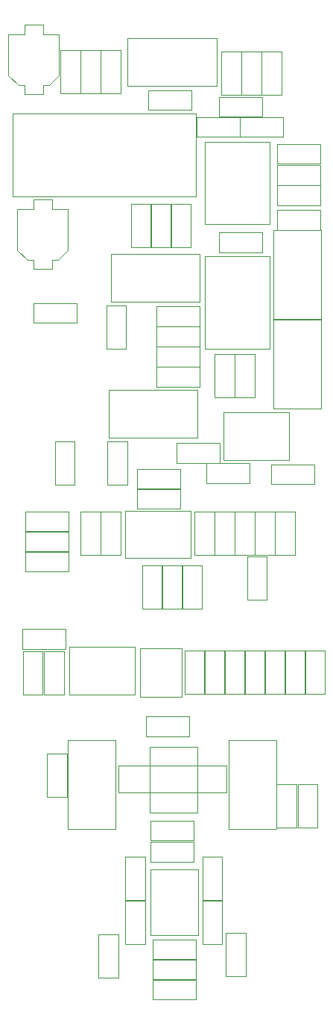
<source format=gbr>
G04 #@! TF.GenerationSoftware,KiCad,Pcbnew,(5.0.1)-4*
G04 #@! TF.CreationDate,2019-03-05T01:35:27-06:00*
G04 #@! TF.ProjectId,VCO,56434F2E6B696361645F706362000000,rev?*
G04 #@! TF.SameCoordinates,Original*
G04 #@! TF.FileFunction,Other,User*
%FSLAX46Y46*%
G04 Gerber Fmt 4.6, Leading zero omitted, Abs format (unit mm)*
G04 Created by KiCad (PCBNEW (5.0.1)-4) date 3/5/2019 1:35:27*
%MOMM*%
%LPD*%
G01*
G04 APERTURE LIST*
%ADD10C,0.050000*%
G04 APERTURE END LIST*
D10*
G04 #@! TO.C,C7*
X145889000Y202171000D02*
X145889000Y203221000D01*
X147989000Y202171000D02*
X145889000Y202171000D01*
X147989000Y203221000D02*
X147989000Y202171000D01*
X145889000Y203221000D02*
X145189000Y203221000D01*
X148689000Y203221000D02*
X147989000Y203221000D01*
X148689000Y203221000D02*
X149839000Y204371000D01*
X145189000Y203221000D02*
X144039000Y204371000D01*
X149839000Y204371000D02*
X149839000Y209021000D01*
X144039000Y204371000D02*
X144039000Y209021000D01*
X145889000Y209021000D02*
X144039000Y209021000D01*
X145889000Y210071000D02*
X145889000Y209021000D01*
X147989000Y210071000D02*
X145889000Y210071000D01*
X147989000Y209021000D02*
X147989000Y210071000D01*
X149839000Y209021000D02*
X147989000Y209021000D01*
G04 #@! TO.C,C10*
X146905000Y182359000D02*
X146905000Y183409000D01*
X149005000Y182359000D02*
X146905000Y182359000D01*
X149005000Y183409000D02*
X149005000Y182359000D01*
X146905000Y183409000D02*
X146205000Y183409000D01*
X149705000Y183409000D02*
X149005000Y183409000D01*
X149705000Y183409000D02*
X150855000Y184559000D01*
X146205000Y183409000D02*
X145055000Y184559000D01*
X150855000Y184559000D02*
X150855000Y189209000D01*
X145055000Y184559000D02*
X145055000Y189209000D01*
X146905000Y189209000D02*
X145055000Y189209000D01*
X146905000Y190259000D02*
X146905000Y189209000D01*
X149005000Y190259000D02*
X146905000Y190259000D01*
X149005000Y189209000D02*
X149005000Y190259000D01*
X150855000Y189209000D02*
X149005000Y189209000D01*
G04 #@! TO.C,U1*
X165632652Y114321128D02*
X165632652Y106861128D01*
X160232652Y114321128D02*
X160232652Y106861128D01*
X160232652Y106861128D02*
X165632652Y106861128D01*
X160232652Y114321128D02*
X165632652Y114321128D01*
G04 #@! TO.C,RV5*
X174211000Y186797000D02*
X179611000Y186797000D01*
X179611000Y186797000D02*
X179611000Y176697000D01*
X179611000Y176697000D02*
X174211000Y176697000D01*
X174211000Y176697000D02*
X174211000Y186797000D01*
G04 #@! TO.C,U4*
X173753000Y187501000D02*
X166353000Y187501000D01*
X173753000Y196801000D02*
X166353000Y196801000D01*
X166353000Y196801000D02*
X166353000Y187501000D01*
X173753000Y196801000D02*
X173753000Y187501000D01*
G04 #@! TO.C,U2*
X150966633Y134147529D02*
X150966633Y139547529D01*
X158426633Y134147529D02*
X158426633Y139547529D01*
X150966633Y134147529D02*
X158426633Y134147529D01*
X150966633Y139547529D02*
X158426633Y139547529D01*
G04 #@! TO.C,R12*
X150355633Y134151877D02*
X150355633Y139051877D01*
X148115633Y134151877D02*
X150355633Y134151877D01*
X148115633Y139051877D02*
X148115633Y134151877D01*
X150355633Y139051877D02*
X148115633Y139051877D01*
G04 #@! TO.C,R35*
X171487000Y160378000D02*
X166587000Y160378000D01*
X171487000Y158138000D02*
X171487000Y160378000D01*
X166587000Y158138000D02*
X171487000Y158138000D01*
X166587000Y160378000D02*
X166587000Y158138000D01*
G04 #@! TO.C,U3*
X165514000Y128190000D02*
X165514000Y120730000D01*
X160114000Y128190000D02*
X160114000Y120730000D01*
X160114000Y120730000D02*
X165514000Y120730000D01*
X160114000Y128190000D02*
X165514000Y128190000D01*
G04 #@! TO.C,R24*
X156582872Y123078652D02*
X156582872Y126078652D01*
X156582872Y126078652D02*
X168842872Y126078652D01*
X168842872Y126078652D02*
X168842872Y123078652D01*
X168842872Y123078652D02*
X156582872Y123078652D01*
G04 #@! TO.C,Q1*
X159068000Y139382000D02*
X159068000Y133922000D01*
X159068000Y139382000D02*
X163808000Y139382000D01*
X163808000Y133922000D02*
X159068000Y133922000D01*
X163808000Y133922000D02*
X163808000Y139382000D01*
G04 #@! TO.C,C1*
X174588000Y194160000D02*
X174588000Y191920000D01*
X174588000Y191920000D02*
X179488000Y191920000D01*
X179488000Y191920000D02*
X179488000Y194160000D01*
X179488000Y194160000D02*
X174588000Y194160000D01*
G04 #@! TO.C,C2*
X164823000Y184875000D02*
X164823000Y189775000D01*
X162583000Y184875000D02*
X164823000Y184875000D01*
X162583000Y189775000D02*
X162583000Y184875000D01*
X164823000Y189775000D02*
X162583000Y189775000D01*
G04 #@! TO.C,C3*
X165382652Y101851128D02*
X165382652Y104091128D01*
X165382652Y104091128D02*
X160482652Y104091128D01*
X160482652Y104091128D02*
X160482652Y101851128D01*
X160482652Y101851128D02*
X165382652Y101851128D01*
G04 #@! TO.C,C4*
X163613000Y157457000D02*
X158713000Y157457000D01*
X163613000Y155217000D02*
X163613000Y157457000D01*
X158713000Y155217000D02*
X163613000Y155217000D01*
X158713000Y157457000D02*
X158713000Y155217000D01*
G04 #@! TO.C,C5*
X151802000Y176299000D02*
X151802000Y178539000D01*
X151802000Y178539000D02*
X146902000Y178539000D01*
X146902000Y178539000D02*
X146902000Y176299000D01*
X146902000Y176299000D02*
X151802000Y176299000D01*
G04 #@! TO.C,C6*
X147942633Y139051877D02*
X145702633Y139051877D01*
X145702633Y139051877D02*
X145702633Y134151877D01*
X145702633Y134151877D02*
X147942633Y134151877D01*
X147942633Y134151877D02*
X147942633Y139051877D01*
G04 #@! TO.C,C8*
X160482652Y106377128D02*
X160482652Y104137128D01*
X160482652Y104137128D02*
X165382652Y104137128D01*
X165382652Y104137128D02*
X165382652Y106377128D01*
X165382652Y106377128D02*
X160482652Y106377128D01*
G04 #@! TO.C,C12*
X178853000Y158011000D02*
X178853000Y160251000D01*
X178853000Y160251000D02*
X173953000Y160251000D01*
X173953000Y160251000D02*
X173953000Y158011000D01*
X173953000Y158011000D02*
X178853000Y158011000D01*
G04 #@! TO.C,C13*
X163158000Y160424000D02*
X168058000Y160424000D01*
X163158000Y162664000D02*
X163158000Y160424000D01*
X168058000Y162664000D02*
X163158000Y162664000D01*
X168058000Y160424000D02*
X168058000Y162664000D01*
G04 #@! TO.C,C14*
X150532000Y141582000D02*
X145632000Y141582000D01*
X150532000Y139342000D02*
X150532000Y141582000D01*
X145632000Y139342000D02*
X150532000Y139342000D01*
X145632000Y141582000D02*
X145632000Y139342000D01*
G04 #@! TO.C,C15*
X165250000Y154850000D02*
X165250000Y149950000D01*
X167490000Y154850000D02*
X165250000Y154850000D01*
X167490000Y149950000D02*
X167490000Y154850000D01*
X165250000Y149950000D02*
X167490000Y149950000D01*
G04 #@! TO.C,C16*
X156822000Y154850000D02*
X154582000Y154850000D01*
X154582000Y154850000D02*
X154582000Y149950000D01*
X154582000Y149950000D02*
X156822000Y149950000D01*
X156822000Y149950000D02*
X156822000Y154850000D01*
G04 #@! TO.C,C17*
X177823000Y139102000D02*
X177823000Y134202000D01*
X180063000Y139102000D02*
X177823000Y139102000D01*
X180063000Y134202000D02*
X180063000Y139102000D01*
X177823000Y134202000D02*
X180063000Y134202000D01*
G04 #@! TO.C,C18*
X170919000Y134202000D02*
X170919000Y139102000D01*
X168679000Y134202000D02*
X170919000Y134202000D01*
X168679000Y139102000D02*
X168679000Y134202000D01*
X170919000Y139102000D02*
X168679000Y139102000D01*
G04 #@! TO.C,C19*
X160237000Y115212000D02*
X165137000Y115212000D01*
X160237000Y117452000D02*
X160237000Y115212000D01*
X165137000Y117452000D02*
X160237000Y117452000D01*
X165137000Y115212000D02*
X165137000Y117452000D01*
G04 #@! TO.C,D1*
X176967402Y123946170D02*
X176967402Y119046170D01*
X179207402Y123946170D02*
X176967402Y123946170D01*
X179207402Y119046170D02*
X179207402Y123946170D01*
X176967402Y119046170D02*
X179207402Y119046170D01*
G04 #@! TO.C,D2*
X165444000Y199621000D02*
X165444000Y197381000D01*
X165444000Y197381000D02*
X170344000Y197381000D01*
X170344000Y197381000D02*
X170344000Y199621000D01*
X170344000Y199621000D02*
X165444000Y199621000D01*
G04 #@! TO.C,D3*
X175297000Y199621000D02*
X170397000Y199621000D01*
X175297000Y197381000D02*
X175297000Y199621000D01*
X170397000Y197381000D02*
X175297000Y197381000D01*
X170397000Y199621000D02*
X170397000Y197381000D01*
G04 #@! TO.C,D4*
X169776000Y149950000D02*
X169776000Y154850000D01*
X167536000Y149950000D02*
X169776000Y149950000D01*
X167536000Y154850000D02*
X167536000Y149950000D01*
X169776000Y154850000D02*
X167536000Y154850000D01*
G04 #@! TO.C,D5*
X174394000Y149950000D02*
X176634000Y149950000D01*
X176634000Y149950000D02*
X176634000Y154850000D01*
X176634000Y154850000D02*
X174394000Y154850000D01*
X174394000Y154850000D02*
X174394000Y149950000D01*
G04 #@! TO.C,D6*
X174348000Y149950000D02*
X174348000Y154850000D01*
X172108000Y149950000D02*
X174348000Y149950000D01*
X172108000Y154850000D02*
X172108000Y149950000D01*
X174348000Y154850000D02*
X172108000Y154850000D01*
G04 #@! TO.C,D7*
X169822000Y149950000D02*
X172062000Y149950000D01*
X172062000Y149950000D02*
X172062000Y154850000D01*
X172062000Y154850000D02*
X169822000Y154850000D01*
X169822000Y154850000D02*
X169822000Y149950000D01*
G04 #@! TO.C,D8*
X175491000Y139102000D02*
X173251000Y139102000D01*
X173251000Y139102000D02*
X173251000Y134202000D01*
X173251000Y134202000D02*
X175491000Y134202000D01*
X175491000Y134202000D02*
X175491000Y139102000D01*
G04 #@! TO.C,PWR1*
X144510000Y190646000D02*
X165370000Y190646000D01*
X165370000Y190646000D02*
X165370000Y200006000D01*
X165370000Y200006000D02*
X144510000Y200006000D01*
X144510000Y200006000D02*
X144510000Y190646000D01*
G04 #@! TO.C,R1*
X159983000Y202669000D02*
X159983000Y200429000D01*
X159983000Y200429000D02*
X164883000Y200429000D01*
X164883000Y200429000D02*
X164883000Y202669000D01*
X164883000Y202669000D02*
X159983000Y202669000D01*
G04 #@! TO.C,R6*
X167984000Y186540000D02*
X167984000Y184300000D01*
X167984000Y184300000D02*
X172884000Y184300000D01*
X172884000Y184300000D02*
X172884000Y186540000D01*
X172884000Y186540000D02*
X167984000Y186540000D01*
G04 #@! TO.C,R8*
X170584000Y202147000D02*
X172824000Y202147000D01*
X172824000Y202147000D02*
X172824000Y207047000D01*
X172824000Y207047000D02*
X170584000Y207047000D01*
X170584000Y207047000D02*
X170584000Y202147000D01*
G04 #@! TO.C,R9*
X176794402Y119046170D02*
X176794402Y123946170D01*
X174554402Y119046170D02*
X176794402Y119046170D01*
X174554402Y123946170D02*
X174554402Y119046170D01*
X176794402Y123946170D02*
X174554402Y123946170D01*
G04 #@! TO.C,R10*
X152296000Y207174000D02*
X152296000Y202274000D01*
X154536000Y207174000D02*
X152296000Y207174000D01*
X154536000Y202274000D02*
X154536000Y207174000D01*
X152296000Y202274000D02*
X154536000Y202274000D01*
G04 #@! TO.C,R13*
X158011000Y189775000D02*
X158011000Y184875000D01*
X160251000Y189775000D02*
X158011000Y189775000D01*
X160251000Y184875000D02*
X160251000Y189775000D01*
X158011000Y184875000D02*
X160251000Y184875000D01*
G04 #@! TO.C,R14*
X160297000Y184875000D02*
X162537000Y184875000D01*
X162537000Y184875000D02*
X162537000Y189775000D01*
X162537000Y189775000D02*
X160297000Y189775000D01*
X160297000Y189775000D02*
X160297000Y184875000D01*
G04 #@! TO.C,R15*
X161521000Y143854000D02*
X161521000Y148754000D01*
X159281000Y143854000D02*
X161521000Y143854000D01*
X159281000Y148754000D02*
X159281000Y143854000D01*
X161521000Y148754000D02*
X159281000Y148754000D01*
G04 #@! TO.C,R17*
X160237000Y117625000D02*
X165137000Y117625000D01*
X160237000Y119865000D02*
X160237000Y117625000D01*
X165137000Y119865000D02*
X160237000Y119865000D01*
X165137000Y117625000D02*
X165137000Y119865000D01*
G04 #@! TO.C,R18*
X159729000Y129436000D02*
X164629000Y129436000D01*
X159729000Y131676000D02*
X159729000Y129436000D01*
X164629000Y131676000D02*
X159729000Y131676000D01*
X164629000Y129436000D02*
X164629000Y131676000D01*
G04 #@! TO.C,R19*
X148486000Y122518000D02*
X150726000Y122518000D01*
X150726000Y122518000D02*
X150726000Y127418000D01*
X150726000Y127418000D02*
X148486000Y127418000D01*
X148486000Y127418000D02*
X148486000Y122518000D01*
G04 #@! TO.C,R20*
X179488000Y194333000D02*
X179488000Y196573000D01*
X179488000Y196573000D02*
X174588000Y196573000D01*
X174588000Y196573000D02*
X174588000Y194333000D01*
X174588000Y194333000D02*
X179488000Y194333000D01*
G04 #@! TO.C,R21*
X167984000Y199667000D02*
X172884000Y199667000D01*
X167984000Y201907000D02*
X167984000Y199667000D01*
X172884000Y201907000D02*
X167984000Y201907000D01*
X172884000Y199667000D02*
X172884000Y201907000D01*
G04 #@! TO.C,R22*
X168379000Y115734000D02*
X166139000Y115734000D01*
X166139000Y115734000D02*
X166139000Y110834000D01*
X166139000Y110834000D02*
X168379000Y110834000D01*
X168379000Y110834000D02*
X168379000Y115734000D01*
G04 #@! TO.C,R23*
X157376000Y110834000D02*
X159616000Y110834000D01*
X159616000Y110834000D02*
X159616000Y115734000D01*
X159616000Y115734000D02*
X157376000Y115734000D01*
X157376000Y115734000D02*
X157376000Y110834000D01*
G04 #@! TO.C,R25*
X174588000Y189634000D02*
X179488000Y189634000D01*
X174588000Y191874000D02*
X174588000Y189634000D01*
X179488000Y191874000D02*
X174588000Y191874000D01*
X179488000Y189634000D02*
X179488000Y191874000D01*
G04 #@! TO.C,R26*
X171219000Y149770000D02*
X171219000Y144870000D01*
X173459000Y149770000D02*
X171219000Y149770000D01*
X173459000Y144870000D02*
X173459000Y149770000D01*
X171219000Y144870000D02*
X173459000Y144870000D01*
G04 #@! TO.C,R28*
X160491000Y101831000D02*
X160491000Y99591000D01*
X160491000Y99591000D02*
X165391000Y99591000D01*
X165391000Y99591000D02*
X165391000Y101831000D01*
X165391000Y101831000D02*
X160491000Y101831000D01*
G04 #@! TO.C,R29*
X154536000Y154850000D02*
X152296000Y154850000D01*
X152296000Y154850000D02*
X152296000Y149950000D01*
X152296000Y149950000D02*
X154536000Y149950000D01*
X154536000Y149950000D02*
X154536000Y154850000D01*
G04 #@! TO.C,R30*
X159616000Y105881000D02*
X159616000Y110781000D01*
X157376000Y105881000D02*
X159616000Y105881000D01*
X157376000Y110781000D02*
X157376000Y105881000D01*
X159616000Y110781000D02*
X157376000Y110781000D01*
G04 #@! TO.C,R31*
X154328000Y102071000D02*
X156568000Y102071000D01*
X156568000Y102071000D02*
X156568000Y106971000D01*
X156568000Y106971000D02*
X154328000Y106971000D01*
X154328000Y106971000D02*
X154328000Y102071000D01*
G04 #@! TO.C,R32*
X174588000Y189080000D02*
X174588000Y186840000D01*
X174588000Y186840000D02*
X179488000Y186840000D01*
X179488000Y186840000D02*
X179488000Y189080000D01*
X179488000Y189080000D02*
X174588000Y189080000D01*
G04 #@! TO.C,R34*
X150913000Y152677000D02*
X150913000Y154917000D01*
X150913000Y154917000D02*
X146013000Y154917000D01*
X146013000Y154917000D02*
X146013000Y152677000D01*
X146013000Y152677000D02*
X150913000Y152677000D01*
G04 #@! TO.C,R36*
X163853000Y143854000D02*
X166093000Y143854000D01*
X166093000Y143854000D02*
X166093000Y148754000D01*
X166093000Y148754000D02*
X163853000Y148754000D01*
X163853000Y148754000D02*
X163853000Y143854000D01*
G04 #@! TO.C,R40*
X157584000Y157951000D02*
X157584000Y162851000D01*
X155344000Y157951000D02*
X157584000Y157951000D01*
X155344000Y162851000D02*
X155344000Y157951000D01*
X157584000Y162851000D02*
X155344000Y162851000D01*
G04 #@! TO.C,R41*
X163807000Y143854000D02*
X163807000Y148754000D01*
X161567000Y143854000D02*
X163807000Y143854000D01*
X161567000Y148754000D02*
X161567000Y143854000D01*
X163807000Y148754000D02*
X161567000Y148754000D01*
G04 #@! TO.C,R42*
X166347000Y139102000D02*
X164107000Y139102000D01*
X164107000Y139102000D02*
X164107000Y134202000D01*
X164107000Y134202000D02*
X166347000Y134202000D01*
X166347000Y134202000D02*
X166347000Y139102000D01*
G04 #@! TO.C,R44*
X172062000Y167857000D02*
X172062000Y172757000D01*
X169822000Y167857000D02*
X172062000Y167857000D01*
X169822000Y172757000D02*
X169822000Y167857000D01*
X172062000Y172757000D02*
X169822000Y172757000D01*
G04 #@! TO.C,R45*
X165772000Y175918000D02*
X165772000Y178158000D01*
X165772000Y178158000D02*
X160872000Y178158000D01*
X160872000Y178158000D02*
X160872000Y175918000D01*
X160872000Y175918000D02*
X165772000Y175918000D01*
G04 #@! TO.C,R46*
X150913000Y152631000D02*
X146013000Y152631000D01*
X150913000Y150391000D02*
X150913000Y152631000D01*
X146013000Y150391000D02*
X150913000Y150391000D01*
X146013000Y152631000D02*
X146013000Y150391000D01*
G04 #@! TO.C,R47*
X146013000Y150345000D02*
X146013000Y148105000D01*
X146013000Y148105000D02*
X150913000Y148105000D01*
X150913000Y148105000D02*
X150913000Y150345000D01*
X150913000Y150345000D02*
X146013000Y150345000D01*
G04 #@! TO.C,R48*
X160872000Y171346000D02*
X165772000Y171346000D01*
X160872000Y173586000D02*
X160872000Y171346000D01*
X165772000Y173586000D02*
X160872000Y173586000D01*
X165772000Y171346000D02*
X165772000Y173586000D01*
G04 #@! TO.C,R49*
X168806000Y107098000D02*
X168806000Y102198000D01*
X171046000Y107098000D02*
X168806000Y107098000D01*
X171046000Y102198000D02*
X171046000Y107098000D01*
X168806000Y102198000D02*
X171046000Y102198000D01*
G04 #@! TO.C,R50*
X166393000Y134202000D02*
X168633000Y134202000D01*
X168633000Y134202000D02*
X168633000Y139102000D01*
X168633000Y139102000D02*
X166393000Y139102000D01*
X166393000Y139102000D02*
X166393000Y134202000D01*
G04 #@! TO.C,R51*
X167536000Y172757000D02*
X167536000Y167857000D01*
X169776000Y172757000D02*
X167536000Y172757000D01*
X169776000Y167857000D02*
X169776000Y172757000D01*
X167536000Y167857000D02*
X169776000Y167857000D01*
G04 #@! TO.C,R52*
X168379000Y105881000D02*
X168379000Y110781000D01*
X166139000Y105881000D02*
X168379000Y105881000D01*
X166139000Y110781000D02*
X166139000Y105881000D01*
X168379000Y110781000D02*
X166139000Y110781000D01*
G04 #@! TO.C,R53*
X165772000Y175872000D02*
X160872000Y175872000D01*
X165772000Y173632000D02*
X165772000Y175872000D01*
X160872000Y173632000D02*
X165772000Y173632000D01*
X160872000Y175872000D02*
X160872000Y173632000D01*
G04 #@! TO.C,R56*
X175110000Y207047000D02*
X172870000Y207047000D01*
X172870000Y207047000D02*
X172870000Y202147000D01*
X172870000Y202147000D02*
X175110000Y202147000D01*
X175110000Y202147000D02*
X175110000Y207047000D01*
G04 #@! TO.C,R57*
X168298000Y207047000D02*
X168298000Y202147000D01*
X170538000Y207047000D02*
X168298000Y207047000D01*
X170538000Y202147000D02*
X170538000Y207047000D01*
X168298000Y202147000D02*
X170538000Y202147000D01*
G04 #@! TO.C,R61*
X165772000Y169060000D02*
X165772000Y171300000D01*
X165772000Y171300000D02*
X160872000Y171300000D01*
X160872000Y171300000D02*
X160872000Y169060000D01*
X160872000Y169060000D02*
X165772000Y169060000D01*
G04 #@! TO.C,R65*
X152250000Y202274000D02*
X152250000Y207174000D01*
X150010000Y202274000D02*
X152250000Y202274000D01*
X150010000Y207174000D02*
X150010000Y202274000D01*
X152250000Y207174000D02*
X150010000Y207174000D01*
G04 #@! TO.C,R66*
X157457000Y178218000D02*
X155217000Y178218000D01*
X155217000Y178218000D02*
X155217000Y173318000D01*
X155217000Y173318000D02*
X157457000Y173318000D01*
X157457000Y173318000D02*
X157457000Y178218000D01*
G04 #@! TO.C,R67*
X151615000Y162851000D02*
X149375000Y162851000D01*
X149375000Y162851000D02*
X149375000Y157951000D01*
X149375000Y157951000D02*
X151615000Y157951000D01*
X151615000Y157951000D02*
X151615000Y162851000D01*
G04 #@! TO.C,R68*
X158713000Y157503000D02*
X163613000Y157503000D01*
X158713000Y159743000D02*
X158713000Y157503000D01*
X163613000Y159743000D02*
X158713000Y159743000D01*
X163613000Y157503000D02*
X163613000Y159743000D01*
G04 #@! TO.C,R69*
X170965000Y139102000D02*
X170965000Y134202000D01*
X173205000Y139102000D02*
X170965000Y139102000D01*
X173205000Y134202000D02*
X173205000Y139102000D01*
X170965000Y134202000D02*
X173205000Y134202000D01*
G04 #@! TO.C,R70*
X175537000Y134202000D02*
X177777000Y134202000D01*
X177777000Y134202000D02*
X177777000Y139102000D01*
X177777000Y139102000D02*
X175537000Y139102000D01*
X175537000Y139102000D02*
X175537000Y134202000D01*
G04 #@! TO.C,R71*
X154582000Y202274000D02*
X156822000Y202274000D01*
X156822000Y202274000D02*
X156822000Y207174000D01*
X156822000Y207174000D02*
X154582000Y207174000D01*
X154582000Y207174000D02*
X154582000Y202274000D01*
G04 #@! TO.C,U5*
X166353000Y183812000D02*
X173753000Y183812000D01*
X166353000Y173312000D02*
X173753000Y173312000D01*
X173753000Y173312000D02*
X173753000Y183812000D01*
X166353000Y173312000D02*
X166353000Y183812000D01*
G04 #@! TO.C,U6*
X168482000Y160749000D02*
X168482000Y166149000D01*
X175942000Y160749000D02*
X175942000Y166149000D01*
X168482000Y160749000D02*
X175942000Y160749000D01*
X168482000Y166149000D02*
X175942000Y166149000D01*
G04 #@! TO.C,U7*
X157314348Y154998872D02*
X164774348Y154998872D01*
X157314348Y149598872D02*
X164774348Y149598872D01*
X164774348Y149598872D02*
X164774348Y154998872D01*
X157314348Y149598872D02*
X157314348Y154998872D01*
G04 #@! TO.C,RV7*
X167727000Y203167000D02*
X157627000Y203167000D01*
X167727000Y208567000D02*
X167727000Y203167000D01*
X157627000Y208567000D02*
X167727000Y208567000D01*
X157627000Y203167000D02*
X157627000Y208567000D01*
G04 #@! TO.C,RV11*
X174531000Y128992000D02*
X174531000Y118892000D01*
X169131000Y128992000D02*
X174531000Y128992000D01*
X169131000Y118892000D02*
X169131000Y128992000D01*
X174531000Y118892000D02*
X169131000Y118892000D01*
G04 #@! TO.C,RV16*
X150843000Y129012000D02*
X156243000Y129012000D01*
X156243000Y129012000D02*
X156243000Y118912000D01*
X156243000Y118912000D02*
X150843000Y118912000D01*
X150843000Y118912000D02*
X150843000Y129012000D01*
G04 #@! TO.C,RV59*
X174211000Y176637000D02*
X179611000Y176637000D01*
X179611000Y176637000D02*
X179611000Y166537000D01*
X179611000Y166537000D02*
X174211000Y166537000D01*
X174211000Y166537000D02*
X174211000Y176637000D01*
G04 #@! TO.C,RV60*
X155468000Y163289000D02*
X155468000Y168689000D01*
X155468000Y168689000D02*
X165568000Y168689000D01*
X165568000Y168689000D02*
X165568000Y163289000D01*
X165568000Y163289000D02*
X155468000Y163289000D01*
G04 #@! TO.C,RV64*
X155742000Y184056000D02*
X165842000Y184056000D01*
X155742000Y178656000D02*
X155742000Y184056000D01*
X165842000Y178656000D02*
X155742000Y178656000D01*
X165842000Y184056000D02*
X165842000Y178656000D01*
G04 #@! TD*
M02*

</source>
